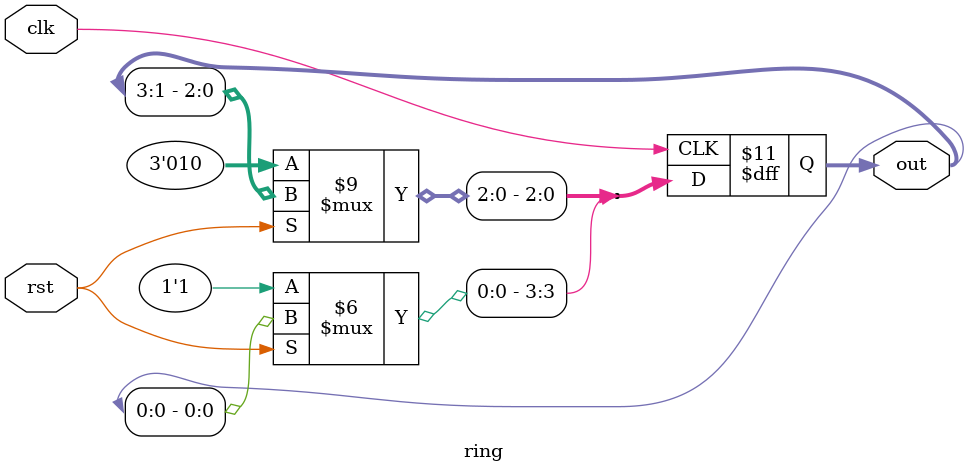
<source format=v>
`timescale 1ns / 1ps

module ring(
input clk, rst,
output reg [3:0] out
);

initial begin
out = 4'b1010;
end

always@(posedge clk) begin
  if (rst == 0)
    out <= 4'b1010;
  else begin
    out <= out >> 1;
    out[3] <= out[0];
  end
end
endmodule
</source>
